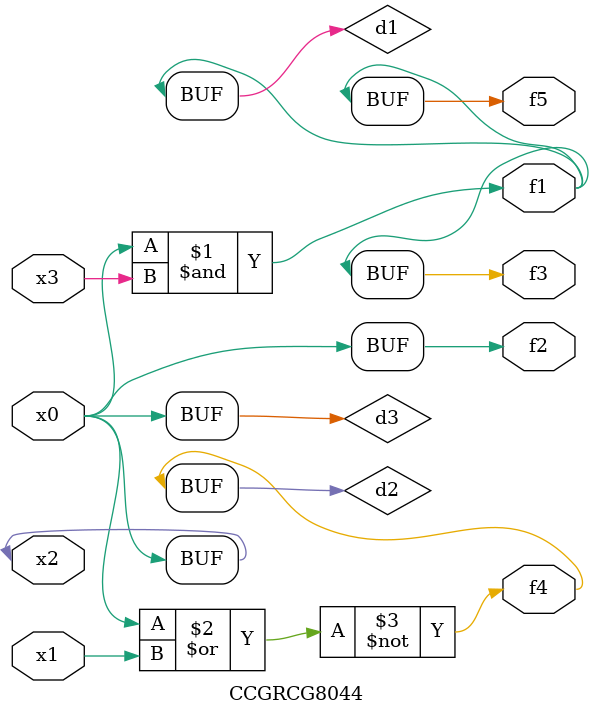
<source format=v>
module CCGRCG8044(
	input x0, x1, x2, x3,
	output f1, f2, f3, f4, f5
);

	wire d1, d2, d3;

	and (d1, x2, x3);
	nor (d2, x0, x1);
	buf (d3, x0, x2);
	assign f1 = d1;
	assign f2 = d3;
	assign f3 = d1;
	assign f4 = d2;
	assign f5 = d1;
endmodule

</source>
